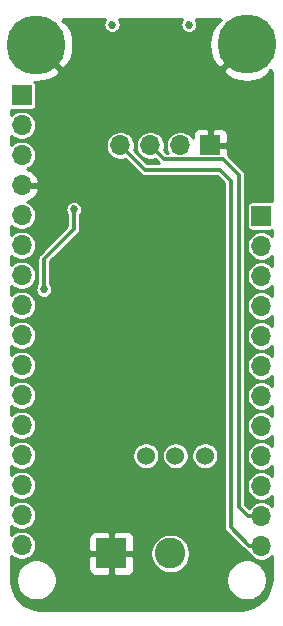
<source format=gbr>
%TF.GenerationSoftware,KiCad,Pcbnew,5.1.6-c6e7f7d~87~ubuntu18.04.1*%
%TF.CreationDate,2020-10-24T16:34:10-07:00*%
%TF.ProjectId,feather-power-supply-sw-smd-adj,66656174-6865-4722-9d70-6f7765722d73,rev?*%
%TF.SameCoordinates,Original*%
%TF.FileFunction,Copper,L2,Bot*%
%TF.FilePolarity,Positive*%
%FSLAX46Y46*%
G04 Gerber Fmt 4.6, Leading zero omitted, Abs format (unit mm)*
G04 Created by KiCad (PCBNEW 5.1.6-c6e7f7d~87~ubuntu18.04.1) date 2020-10-24 16:34:10*
%MOMM*%
%LPD*%
G01*
G04 APERTURE LIST*
%TA.AperFunction,ComponentPad*%
%ADD10C,1.524000*%
%TD*%
%TA.AperFunction,ComponentPad*%
%ADD11O,1.700000X1.700000*%
%TD*%
%TA.AperFunction,ComponentPad*%
%ADD12R,1.700000X1.700000*%
%TD*%
%TA.AperFunction,ComponentPad*%
%ADD13R,2.600000X2.600000*%
%TD*%
%TA.AperFunction,ComponentPad*%
%ADD14C,2.600000*%
%TD*%
%TA.AperFunction,ComponentPad*%
%ADD15C,5.000000*%
%TD*%
%TA.AperFunction,ViaPad*%
%ADD16C,0.685800*%
%TD*%
%TA.AperFunction,Conductor*%
%ADD17C,0.304800*%
%TD*%
%TA.AperFunction,Conductor*%
%ADD18C,0.254000*%
%TD*%
G04 APERTURE END LIST*
D10*
%TO.P,SW1,3*%
%TO.N,Net-(SW1-Pad3)*%
X145095600Y-96494600D03*
%TO.P,SW1,2*%
%TO.N,VCC*%
X142595600Y-96494600D03*
%TO.P,SW1,1*%
%TO.N,Net-(F1-Pad1)*%
X140095600Y-96494600D03*
%TD*%
D11*
%TO.P,J2,16*%
%TO.N,Net-(J2-Pad16)*%
X129565400Y-104089200D03*
%TO.P,J2,15*%
%TO.N,Net-(J2-Pad15)*%
X129565400Y-101549200D03*
%TO.P,J2,14*%
%TO.N,Net-(J2-Pad14)*%
X129565400Y-99009200D03*
%TO.P,J2,13*%
%TO.N,Net-(J2-Pad13)*%
X129565400Y-96469200D03*
%TO.P,J2,12*%
%TO.N,Net-(J2-Pad12)*%
X129565400Y-93929200D03*
%TO.P,J2,11*%
%TO.N,Net-(J2-Pad11)*%
X129565400Y-91389200D03*
%TO.P,J2,10*%
%TO.N,Net-(J2-Pad10)*%
X129565400Y-88849200D03*
%TO.P,J2,9*%
%TO.N,Net-(J2-Pad9)*%
X129565400Y-86309200D03*
%TO.P,J2,8*%
%TO.N,Net-(J2-Pad8)*%
X129565400Y-83769200D03*
%TO.P,J2,7*%
%TO.N,Net-(J2-Pad7)*%
X129565400Y-81229200D03*
%TO.P,J2,6*%
%TO.N,A1*%
X129565400Y-78689200D03*
%TO.P,J2,5*%
%TO.N,Net-(J2-Pad5)*%
X129565400Y-76149200D03*
%TO.P,J2,4*%
%TO.N,GND*%
X129565400Y-73609200D03*
%TO.P,J2,3*%
%TO.N,Net-(J2-Pad3)*%
X129565400Y-71069200D03*
%TO.P,J2,2*%
%TO.N,Net-(J2-Pad2)*%
X129565400Y-68529200D03*
D12*
%TO.P,J2,1*%
%TO.N,Net-(J2-Pad1)*%
X129565400Y-65989200D03*
%TD*%
D11*
%TO.P,J4,4*%
%TO.N,SDA*%
X137922000Y-70231000D03*
%TO.P,J4,3*%
%TO.N,SCL*%
X140462000Y-70231000D03*
%TO.P,J4,2*%
%TO.N,+5V*%
X143002000Y-70231000D03*
D12*
%TO.P,J4,1*%
%TO.N,GND*%
X145542000Y-70231000D03*
%TD*%
D13*
%TO.P,J5,1*%
%TO.N,GND*%
X137160000Y-104775000D03*
D14*
%TO.P,J5,2*%
%TO.N,VCC*%
X142160000Y-104775000D03*
%TD*%
D15*
%TO.P,H2,1*%
%TO.N,GND*%
X148615400Y-61671200D03*
%TD*%
%TO.P,H1,1*%
%TO.N,GND*%
X130810000Y-61696600D03*
%TD*%
D12*
%TO.P,J1,1*%
%TO.N,Net-(J1-Pad1)*%
X149860000Y-76200000D03*
D11*
%TO.P,J1,2*%
%TO.N,+3V3*%
X149860000Y-78740000D03*
%TO.P,J1,3*%
%TO.N,+5V*%
X149860000Y-81280000D03*
%TO.P,J1,4*%
%TO.N,Net-(J1-Pad4)*%
X149860000Y-83820000D03*
%TO.P,J1,5*%
%TO.N,Net-(J1-Pad5)*%
X149860000Y-86360000D03*
%TO.P,J1,6*%
%TO.N,Net-(J1-Pad6)*%
X149860000Y-88900000D03*
%TO.P,J1,7*%
%TO.N,Net-(J1-Pad7)*%
X149860000Y-91440000D03*
%TO.P,J1,8*%
%TO.N,Net-(J1-Pad8)*%
X149860000Y-93980000D03*
%TO.P,J1,9*%
%TO.N,Net-(J1-Pad9)*%
X149860000Y-96520000D03*
%TO.P,J1,10*%
%TO.N,Net-(J1-Pad10)*%
X149860000Y-99060000D03*
%TO.P,J1,11*%
%TO.N,SCL*%
X149860000Y-101600000D03*
%TO.P,J1,12*%
%TO.N,SDA*%
X149860000Y-104140000D03*
%TD*%
D16*
%TO.N,*%
X137223500Y-59994800D03*
X143732250Y-59994800D03*
%TO.N,GND*%
X134620000Y-59994800D03*
X135921750Y-59994800D03*
X138525250Y-59994800D03*
X142430500Y-59994800D03*
X141128750Y-59994800D03*
X145034000Y-59994800D03*
X139827000Y-59994800D03*
X149860000Y-65278000D03*
X149860000Y-66548000D03*
X149860000Y-67818000D03*
X149860000Y-69088000D03*
X145288000Y-108712000D03*
X146812000Y-108712000D03*
X143764000Y-108712000D03*
X139088090Y-108712000D03*
X140716000Y-108712000D03*
X134112000Y-108712000D03*
X132588000Y-108712000D03*
X135636000Y-108712000D03*
X130810000Y-72364600D03*
X136652000Y-83820000D03*
X138430000Y-78486000D03*
X138430000Y-79248000D03*
X136652000Y-84582000D03*
X136652000Y-85344000D03*
X136652000Y-86106000D03*
X136652000Y-86868000D03*
X136652000Y-87630000D03*
X139928600Y-87706200D03*
X139979400Y-89611200D03*
X139979400Y-90500200D03*
X138557000Y-91186000D03*
X139928600Y-88493600D03*
X140868400Y-91160600D03*
X140716000Y-78613000D03*
X131826000Y-99669600D03*
X135255000Y-70485000D03*
X131394200Y-77952600D03*
X130784600Y-74955400D03*
X142240000Y-108712000D03*
X137414000Y-108712000D03*
X137668000Y-93878400D03*
X143865600Y-95351600D03*
X141351000Y-95377000D03*
X142519400Y-93853000D03*
X142113000Y-78613000D03*
X145008600Y-76835000D03*
X145897600Y-73406000D03*
X138938000Y-83693000D03*
X138938000Y-85699600D03*
X141503400Y-83591400D03*
X143840200Y-83591400D03*
X137972800Y-72313800D03*
X132080000Y-65278000D03*
X133350000Y-65278000D03*
X134620000Y-65278000D03*
X134620000Y-66548000D03*
X133350000Y-66548000D03*
X132080000Y-66548000D03*
X134620000Y-67818000D03*
X134620000Y-69088000D03*
X134620000Y-62611000D03*
X134620000Y-63881000D03*
X134620000Y-61341000D03*
X145034000Y-65278000D03*
X145034000Y-61341000D03*
X145034000Y-63881000D03*
X145034000Y-62611000D03*
X148717000Y-65278000D03*
X148717000Y-67818000D03*
X147447000Y-66548000D03*
X147447000Y-65278000D03*
X146177000Y-66548000D03*
X148717000Y-69088000D03*
X146177000Y-65278000D03*
X148717000Y-66548000D03*
X149860000Y-70231000D03*
X149860000Y-74041000D03*
X149860000Y-71501000D03*
X149860000Y-72771000D03*
X148717000Y-72771000D03*
X148717000Y-70231000D03*
X148717000Y-74041000D03*
X148717000Y-71501000D03*
X139827000Y-73533000D03*
X141097000Y-73533000D03*
%TO.N,VIN_SW*%
X133985000Y-75641200D03*
X131445000Y-82422998D03*
%TD*%
D17*
%TO.N,VIN_SW*%
X131445000Y-82422998D02*
X131445000Y-79832200D01*
X133985000Y-77292200D02*
X133985000Y-75641200D01*
X131445000Y-79832200D02*
X133985000Y-77292200D01*
%TO.N,SCL*%
X141616801Y-71385801D02*
X140462000Y-70231000D01*
X146635841Y-71385801D02*
X141616801Y-71385801D01*
X147980400Y-72730360D02*
X146635841Y-71385801D01*
X149860000Y-101600000D02*
X148717000Y-101600000D01*
X147980400Y-100863400D02*
X147980400Y-72730360D01*
X148717000Y-101600000D02*
X147980400Y-100863400D01*
%TO.N,SDA*%
X139979400Y-72288400D02*
X137922000Y-70231000D01*
X146354800Y-72288400D02*
X139979400Y-72288400D01*
X147269200Y-73202800D02*
X146354800Y-72288400D01*
X147269200Y-102565200D02*
X147269200Y-73202800D01*
X149860000Y-104140000D02*
X148844000Y-104140000D01*
X148844000Y-104140000D02*
X147269200Y-102565200D01*
%TD*%
D18*
%TO.N,GND*%
G36*
X136581988Y-59651905D02*
G01*
X136527419Y-59783646D01*
X136499600Y-59923502D01*
X136499600Y-60066098D01*
X136527419Y-60205954D01*
X136581988Y-60337695D01*
X136661210Y-60456260D01*
X136762040Y-60557090D01*
X136880605Y-60636312D01*
X137012346Y-60690881D01*
X137152202Y-60718700D01*
X137294798Y-60718700D01*
X137434654Y-60690881D01*
X137566395Y-60636312D01*
X137684960Y-60557090D01*
X137785790Y-60456260D01*
X137865012Y-60337695D01*
X137919581Y-60205954D01*
X137947400Y-60066098D01*
X137947400Y-59923502D01*
X137919581Y-59783646D01*
X137865012Y-59651905D01*
X137788369Y-59537200D01*
X143167381Y-59537200D01*
X143090738Y-59651905D01*
X143036169Y-59783646D01*
X143008350Y-59923502D01*
X143008350Y-60066098D01*
X143036169Y-60205954D01*
X143090738Y-60337695D01*
X143169960Y-60456260D01*
X143270790Y-60557090D01*
X143389355Y-60636312D01*
X143521096Y-60690881D01*
X143660952Y-60718700D01*
X143803548Y-60718700D01*
X143943404Y-60690881D01*
X144075145Y-60636312D01*
X144193710Y-60557090D01*
X144294540Y-60456260D01*
X144373762Y-60337695D01*
X144428331Y-60205954D01*
X144456150Y-60066098D01*
X144456150Y-59923502D01*
X144428331Y-59783646D01*
X144373762Y-59651905D01*
X144297119Y-59537200D01*
X146301792Y-59537200D01*
X146412250Y-59647658D01*
X145994282Y-59923827D01*
X145703751Y-60468757D01*
X145525113Y-61059896D01*
X145465232Y-61674528D01*
X145526410Y-62289031D01*
X145706297Y-62879792D01*
X145994282Y-63418573D01*
X146412252Y-63694743D01*
X148435795Y-61671200D01*
X148421653Y-61657058D01*
X148601258Y-61477453D01*
X148615400Y-61491595D01*
X150024590Y-60082405D01*
X150117717Y-60158357D01*
X150203796Y-60262409D01*
X148795005Y-61671200D01*
X148809148Y-61685343D01*
X148629543Y-61864948D01*
X148615400Y-61850805D01*
X146591857Y-63874348D01*
X146868027Y-64292318D01*
X147412957Y-64582849D01*
X148004096Y-64761487D01*
X148618728Y-64821368D01*
X149233231Y-64760190D01*
X149823992Y-64580303D01*
X150362773Y-64292318D01*
X150638942Y-63874350D01*
X150749400Y-63984808D01*
X150749400Y-74971037D01*
X150710000Y-74967157D01*
X149010000Y-74967157D01*
X148935311Y-74974513D01*
X148863492Y-74996299D01*
X148797304Y-75031678D01*
X148739289Y-75079289D01*
X148691678Y-75137304D01*
X148656299Y-75203492D01*
X148634513Y-75275311D01*
X148627157Y-75350000D01*
X148627157Y-77050000D01*
X148634513Y-77124689D01*
X148656299Y-77196508D01*
X148691678Y-77262696D01*
X148739289Y-77320711D01*
X148797304Y-77368322D01*
X148863492Y-77403701D01*
X148935311Y-77425487D01*
X149010000Y-77432843D01*
X150710000Y-77432843D01*
X150749400Y-77428963D01*
X150749400Y-77888503D01*
X150644717Y-77783820D01*
X150443097Y-77649102D01*
X150219069Y-77556307D01*
X149981243Y-77509000D01*
X149738757Y-77509000D01*
X149500931Y-77556307D01*
X149276903Y-77649102D01*
X149075283Y-77783820D01*
X148903820Y-77955283D01*
X148769102Y-78156903D01*
X148676307Y-78380931D01*
X148629000Y-78618757D01*
X148629000Y-78861243D01*
X148676307Y-79099069D01*
X148769102Y-79323097D01*
X148903820Y-79524717D01*
X149075283Y-79696180D01*
X149276903Y-79830898D01*
X149500931Y-79923693D01*
X149738757Y-79971000D01*
X149981243Y-79971000D01*
X150219069Y-79923693D01*
X150443097Y-79830898D01*
X150644717Y-79696180D01*
X150749400Y-79591497D01*
X150749400Y-80428503D01*
X150644717Y-80323820D01*
X150443097Y-80189102D01*
X150219069Y-80096307D01*
X149981243Y-80049000D01*
X149738757Y-80049000D01*
X149500931Y-80096307D01*
X149276903Y-80189102D01*
X149075283Y-80323820D01*
X148903820Y-80495283D01*
X148769102Y-80696903D01*
X148676307Y-80920931D01*
X148629000Y-81158757D01*
X148629000Y-81401243D01*
X148676307Y-81639069D01*
X148769102Y-81863097D01*
X148903820Y-82064717D01*
X149075283Y-82236180D01*
X149276903Y-82370898D01*
X149500931Y-82463693D01*
X149738757Y-82511000D01*
X149981243Y-82511000D01*
X150219069Y-82463693D01*
X150443097Y-82370898D01*
X150644717Y-82236180D01*
X150749400Y-82131497D01*
X150749400Y-82968503D01*
X150644717Y-82863820D01*
X150443097Y-82729102D01*
X150219069Y-82636307D01*
X149981243Y-82589000D01*
X149738757Y-82589000D01*
X149500931Y-82636307D01*
X149276903Y-82729102D01*
X149075283Y-82863820D01*
X148903820Y-83035283D01*
X148769102Y-83236903D01*
X148676307Y-83460931D01*
X148629000Y-83698757D01*
X148629000Y-83941243D01*
X148676307Y-84179069D01*
X148769102Y-84403097D01*
X148903820Y-84604717D01*
X149075283Y-84776180D01*
X149276903Y-84910898D01*
X149500931Y-85003693D01*
X149738757Y-85051000D01*
X149981243Y-85051000D01*
X150219069Y-85003693D01*
X150443097Y-84910898D01*
X150644717Y-84776180D01*
X150749401Y-84671496D01*
X150749401Y-85508504D01*
X150644717Y-85403820D01*
X150443097Y-85269102D01*
X150219069Y-85176307D01*
X149981243Y-85129000D01*
X149738757Y-85129000D01*
X149500931Y-85176307D01*
X149276903Y-85269102D01*
X149075283Y-85403820D01*
X148903820Y-85575283D01*
X148769102Y-85776903D01*
X148676307Y-86000931D01*
X148629000Y-86238757D01*
X148629000Y-86481243D01*
X148676307Y-86719069D01*
X148769102Y-86943097D01*
X148903820Y-87144717D01*
X149075283Y-87316180D01*
X149276903Y-87450898D01*
X149500931Y-87543693D01*
X149738757Y-87591000D01*
X149981243Y-87591000D01*
X150219069Y-87543693D01*
X150443097Y-87450898D01*
X150644717Y-87316180D01*
X150749401Y-87211496D01*
X150749401Y-88048504D01*
X150644717Y-87943820D01*
X150443097Y-87809102D01*
X150219069Y-87716307D01*
X149981243Y-87669000D01*
X149738757Y-87669000D01*
X149500931Y-87716307D01*
X149276903Y-87809102D01*
X149075283Y-87943820D01*
X148903820Y-88115283D01*
X148769102Y-88316903D01*
X148676307Y-88540931D01*
X148629000Y-88778757D01*
X148629000Y-89021243D01*
X148676307Y-89259069D01*
X148769102Y-89483097D01*
X148903820Y-89684717D01*
X149075283Y-89856180D01*
X149276903Y-89990898D01*
X149500931Y-90083693D01*
X149738757Y-90131000D01*
X149981243Y-90131000D01*
X150219069Y-90083693D01*
X150443097Y-89990898D01*
X150644717Y-89856180D01*
X150749401Y-89751496D01*
X150749401Y-90588504D01*
X150644717Y-90483820D01*
X150443097Y-90349102D01*
X150219069Y-90256307D01*
X149981243Y-90209000D01*
X149738757Y-90209000D01*
X149500931Y-90256307D01*
X149276903Y-90349102D01*
X149075283Y-90483820D01*
X148903820Y-90655283D01*
X148769102Y-90856903D01*
X148676307Y-91080931D01*
X148629000Y-91318757D01*
X148629000Y-91561243D01*
X148676307Y-91799069D01*
X148769102Y-92023097D01*
X148903820Y-92224717D01*
X149075283Y-92396180D01*
X149276903Y-92530898D01*
X149500931Y-92623693D01*
X149738757Y-92671000D01*
X149981243Y-92671000D01*
X150219069Y-92623693D01*
X150443097Y-92530898D01*
X150644717Y-92396180D01*
X150749401Y-92291496D01*
X150749401Y-93128504D01*
X150644717Y-93023820D01*
X150443097Y-92889102D01*
X150219069Y-92796307D01*
X149981243Y-92749000D01*
X149738757Y-92749000D01*
X149500931Y-92796307D01*
X149276903Y-92889102D01*
X149075283Y-93023820D01*
X148903820Y-93195283D01*
X148769102Y-93396903D01*
X148676307Y-93620931D01*
X148629000Y-93858757D01*
X148629000Y-94101243D01*
X148676307Y-94339069D01*
X148769102Y-94563097D01*
X148903820Y-94764717D01*
X149075283Y-94936180D01*
X149276903Y-95070898D01*
X149500931Y-95163693D01*
X149738757Y-95211000D01*
X149981243Y-95211000D01*
X150219069Y-95163693D01*
X150443097Y-95070898D01*
X150644717Y-94936180D01*
X150749401Y-94831496D01*
X150749401Y-95668504D01*
X150644717Y-95563820D01*
X150443097Y-95429102D01*
X150219069Y-95336307D01*
X149981243Y-95289000D01*
X149738757Y-95289000D01*
X149500931Y-95336307D01*
X149276903Y-95429102D01*
X149075283Y-95563820D01*
X148903820Y-95735283D01*
X148769102Y-95936903D01*
X148676307Y-96160931D01*
X148629000Y-96398757D01*
X148629000Y-96641243D01*
X148676307Y-96879069D01*
X148769102Y-97103097D01*
X148903820Y-97304717D01*
X149075283Y-97476180D01*
X149276903Y-97610898D01*
X149500931Y-97703693D01*
X149738757Y-97751000D01*
X149981243Y-97751000D01*
X150219069Y-97703693D01*
X150443097Y-97610898D01*
X150644717Y-97476180D01*
X150749401Y-97371496D01*
X150749401Y-98208504D01*
X150644717Y-98103820D01*
X150443097Y-97969102D01*
X150219069Y-97876307D01*
X149981243Y-97829000D01*
X149738757Y-97829000D01*
X149500931Y-97876307D01*
X149276903Y-97969102D01*
X149075283Y-98103820D01*
X148903820Y-98275283D01*
X148769102Y-98476903D01*
X148676307Y-98700931D01*
X148629000Y-98938757D01*
X148629000Y-99181243D01*
X148676307Y-99419069D01*
X148769102Y-99643097D01*
X148903820Y-99844717D01*
X149075283Y-100016180D01*
X149276903Y-100150898D01*
X149500931Y-100243693D01*
X149738757Y-100291000D01*
X149981243Y-100291000D01*
X150219069Y-100243693D01*
X150443097Y-100150898D01*
X150644717Y-100016180D01*
X150749401Y-99911496D01*
X150749401Y-100748504D01*
X150644717Y-100643820D01*
X150443097Y-100509102D01*
X150219069Y-100416307D01*
X149981243Y-100369000D01*
X149738757Y-100369000D01*
X149500931Y-100416307D01*
X149276903Y-100509102D01*
X149075283Y-100643820D01*
X148903820Y-100815283D01*
X148816824Y-100945483D01*
X148513800Y-100642459D01*
X148513800Y-72756554D01*
X148516380Y-72730360D01*
X148506081Y-72625796D01*
X148494063Y-72586175D01*
X148475581Y-72525249D01*
X148426051Y-72432585D01*
X148359395Y-72351365D01*
X148339045Y-72334664D01*
X147031537Y-71027156D01*
X147029767Y-71024999D01*
X147027000Y-70516750D01*
X146868250Y-70358000D01*
X145669000Y-70358000D01*
X145669000Y-70378000D01*
X145415000Y-70378000D01*
X145415000Y-70358000D01*
X145395000Y-70358000D01*
X145395000Y-70104000D01*
X145415000Y-70104000D01*
X145415000Y-68904750D01*
X145669000Y-68904750D01*
X145669000Y-70104000D01*
X146868250Y-70104000D01*
X147027000Y-69945250D01*
X147030072Y-69381000D01*
X147017812Y-69256518D01*
X146981502Y-69136820D01*
X146922537Y-69026506D01*
X146843185Y-68929815D01*
X146746494Y-68850463D01*
X146636180Y-68791498D01*
X146516482Y-68755188D01*
X146392000Y-68742928D01*
X145827750Y-68746000D01*
X145669000Y-68904750D01*
X145415000Y-68904750D01*
X145256250Y-68746000D01*
X144692000Y-68742928D01*
X144567518Y-68755188D01*
X144447820Y-68791498D01*
X144337506Y-68850463D01*
X144240815Y-68929815D01*
X144161463Y-69026506D01*
X144102498Y-69136820D01*
X144066188Y-69256518D01*
X144053928Y-69381000D01*
X144055073Y-69591294D01*
X143958180Y-69446283D01*
X143786717Y-69274820D01*
X143585097Y-69140102D01*
X143361069Y-69047307D01*
X143123243Y-69000000D01*
X142880757Y-69000000D01*
X142642931Y-69047307D01*
X142418903Y-69140102D01*
X142217283Y-69274820D01*
X142045820Y-69446283D01*
X141911102Y-69647903D01*
X141818307Y-69871931D01*
X141771000Y-70109757D01*
X141771000Y-70352243D01*
X141818307Y-70590069D01*
X141911102Y-70814097D01*
X141936696Y-70852401D01*
X141837743Y-70852401D01*
X141625108Y-70639766D01*
X141645693Y-70590069D01*
X141693000Y-70352243D01*
X141693000Y-70109757D01*
X141645693Y-69871931D01*
X141552898Y-69647903D01*
X141418180Y-69446283D01*
X141246717Y-69274820D01*
X141045097Y-69140102D01*
X140821069Y-69047307D01*
X140583243Y-69000000D01*
X140340757Y-69000000D01*
X140102931Y-69047307D01*
X139878903Y-69140102D01*
X139677283Y-69274820D01*
X139505820Y-69446283D01*
X139371102Y-69647903D01*
X139278307Y-69871931D01*
X139231000Y-70109757D01*
X139231000Y-70352243D01*
X139278307Y-70590069D01*
X139371102Y-70814097D01*
X139505820Y-71015717D01*
X139677283Y-71187180D01*
X139878903Y-71321898D01*
X140102931Y-71414693D01*
X140340757Y-71462000D01*
X140583243Y-71462000D01*
X140821069Y-71414693D01*
X140870766Y-71394108D01*
X141221110Y-71744452D01*
X141229767Y-71755000D01*
X140200342Y-71755000D01*
X139085108Y-70639766D01*
X139105693Y-70590069D01*
X139153000Y-70352243D01*
X139153000Y-70109757D01*
X139105693Y-69871931D01*
X139012898Y-69647903D01*
X138878180Y-69446283D01*
X138706717Y-69274820D01*
X138505097Y-69140102D01*
X138281069Y-69047307D01*
X138043243Y-69000000D01*
X137800757Y-69000000D01*
X137562931Y-69047307D01*
X137338903Y-69140102D01*
X137137283Y-69274820D01*
X136965820Y-69446283D01*
X136831102Y-69647903D01*
X136738307Y-69871931D01*
X136691000Y-70109757D01*
X136691000Y-70352243D01*
X136738307Y-70590069D01*
X136831102Y-70814097D01*
X136965820Y-71015717D01*
X137137283Y-71187180D01*
X137338903Y-71321898D01*
X137562931Y-71414693D01*
X137800757Y-71462000D01*
X138043243Y-71462000D01*
X138281069Y-71414693D01*
X138330766Y-71394108D01*
X139583709Y-72647051D01*
X139600405Y-72667395D01*
X139681625Y-72734051D01*
X139774289Y-72783581D01*
X139874835Y-72814081D01*
X139953205Y-72821800D01*
X139953213Y-72821800D01*
X139979400Y-72824379D01*
X140005587Y-72821800D01*
X146133859Y-72821800D01*
X146735801Y-73423743D01*
X146735800Y-102539013D01*
X146733221Y-102565200D01*
X146735800Y-102591387D01*
X146735800Y-102591394D01*
X146743519Y-102669764D01*
X146774019Y-102770310D01*
X146823549Y-102862975D01*
X146890205Y-102944195D01*
X146910555Y-102960896D01*
X148448304Y-104498645D01*
X148465005Y-104518995D01*
X148546225Y-104585651D01*
X148638889Y-104635181D01*
X148739435Y-104665681D01*
X148745570Y-104666285D01*
X148769102Y-104723097D01*
X148903820Y-104924717D01*
X149075283Y-105096180D01*
X149276903Y-105230898D01*
X149500931Y-105323693D01*
X149738757Y-105371000D01*
X149981243Y-105371000D01*
X150219069Y-105323693D01*
X150443097Y-105230898D01*
X150644717Y-105096180D01*
X150749401Y-104991496D01*
X150749401Y-106863336D01*
X150697174Y-107395986D01*
X150548250Y-107889248D01*
X150306354Y-108344185D01*
X149980702Y-108743475D01*
X149583699Y-109071904D01*
X149130464Y-109316967D01*
X148638258Y-109469330D01*
X148106700Y-109525200D01*
X131109253Y-109525200D01*
X130625948Y-109477812D01*
X130180147Y-109343216D01*
X129768979Y-109124594D01*
X129408105Y-108830273D01*
X129111273Y-108471465D01*
X128889785Y-108061833D01*
X128752082Y-107616985D01*
X128701400Y-107134780D01*
X128701400Y-106839711D01*
X129079000Y-106839711D01*
X129079000Y-107180689D01*
X129145521Y-107515114D01*
X129276007Y-107830136D01*
X129465444Y-108113648D01*
X129706552Y-108354756D01*
X129990064Y-108544193D01*
X130305086Y-108674679D01*
X130639511Y-108741200D01*
X130980489Y-108741200D01*
X131314914Y-108674679D01*
X131629936Y-108544193D01*
X131913448Y-108354756D01*
X132154556Y-108113648D01*
X132343993Y-107830136D01*
X132474479Y-107515114D01*
X132541000Y-107180689D01*
X132541000Y-106839711D01*
X146884400Y-106839711D01*
X146884400Y-107180689D01*
X146950921Y-107515114D01*
X147081407Y-107830136D01*
X147270844Y-108113648D01*
X147511952Y-108354756D01*
X147795464Y-108544193D01*
X148110486Y-108674679D01*
X148444911Y-108741200D01*
X148785889Y-108741200D01*
X149120314Y-108674679D01*
X149435336Y-108544193D01*
X149718848Y-108354756D01*
X149959956Y-108113648D01*
X150149393Y-107830136D01*
X150279879Y-107515114D01*
X150346400Y-107180689D01*
X150346400Y-106839711D01*
X150279879Y-106505286D01*
X150149393Y-106190264D01*
X149959956Y-105906752D01*
X149718848Y-105665644D01*
X149435336Y-105476207D01*
X149120314Y-105345721D01*
X148785889Y-105279200D01*
X148444911Y-105279200D01*
X148110486Y-105345721D01*
X147795464Y-105476207D01*
X147511952Y-105665644D01*
X147270844Y-105906752D01*
X147081407Y-106190264D01*
X146950921Y-106505286D01*
X146884400Y-106839711D01*
X132541000Y-106839711D01*
X132474479Y-106505286D01*
X132343993Y-106190264D01*
X132266976Y-106075000D01*
X135221928Y-106075000D01*
X135234188Y-106199482D01*
X135270498Y-106319180D01*
X135329463Y-106429494D01*
X135408815Y-106526185D01*
X135505506Y-106605537D01*
X135615820Y-106664502D01*
X135735518Y-106700812D01*
X135860000Y-106713072D01*
X136874250Y-106710000D01*
X137033000Y-106551250D01*
X137033000Y-104902000D01*
X137287000Y-104902000D01*
X137287000Y-106551250D01*
X137445750Y-106710000D01*
X138460000Y-106713072D01*
X138584482Y-106700812D01*
X138704180Y-106664502D01*
X138814494Y-106605537D01*
X138911185Y-106526185D01*
X138990537Y-106429494D01*
X139049502Y-106319180D01*
X139085812Y-106199482D01*
X139098072Y-106075000D01*
X139095000Y-105060750D01*
X138936250Y-104902000D01*
X137287000Y-104902000D01*
X137033000Y-104902000D01*
X135383750Y-104902000D01*
X135225000Y-105060750D01*
X135221928Y-106075000D01*
X132266976Y-106075000D01*
X132154556Y-105906752D01*
X131913448Y-105665644D01*
X131629936Y-105476207D01*
X131314914Y-105345721D01*
X130980489Y-105279200D01*
X130639511Y-105279200D01*
X130305086Y-105345721D01*
X129990064Y-105476207D01*
X129706552Y-105665644D01*
X129465444Y-105906752D01*
X129276007Y-106190264D01*
X129145521Y-106505286D01*
X129079000Y-106839711D01*
X128701400Y-106839711D01*
X128701400Y-104966097D01*
X128780683Y-105045380D01*
X128982303Y-105180098D01*
X129206331Y-105272893D01*
X129444157Y-105320200D01*
X129686643Y-105320200D01*
X129924469Y-105272893D01*
X130148497Y-105180098D01*
X130350117Y-105045380D01*
X130521580Y-104873917D01*
X130656298Y-104672297D01*
X130749093Y-104448269D01*
X130796400Y-104210443D01*
X130796400Y-103967957D01*
X130749093Y-103730131D01*
X130656298Y-103506103D01*
X130635516Y-103475000D01*
X135221928Y-103475000D01*
X135225000Y-104489250D01*
X135383750Y-104648000D01*
X137033000Y-104648000D01*
X137033000Y-102998750D01*
X137287000Y-102998750D01*
X137287000Y-104648000D01*
X138936250Y-104648000D01*
X138974814Y-104609436D01*
X140479000Y-104609436D01*
X140479000Y-104940564D01*
X140543600Y-105265330D01*
X140670317Y-105571252D01*
X140854282Y-105846575D01*
X141088425Y-106080718D01*
X141363748Y-106264683D01*
X141669670Y-106391400D01*
X141994436Y-106456000D01*
X142325564Y-106456000D01*
X142650330Y-106391400D01*
X142956252Y-106264683D01*
X143231575Y-106080718D01*
X143465718Y-105846575D01*
X143649683Y-105571252D01*
X143776400Y-105265330D01*
X143841000Y-104940564D01*
X143841000Y-104609436D01*
X143776400Y-104284670D01*
X143649683Y-103978748D01*
X143465718Y-103703425D01*
X143231575Y-103469282D01*
X142956252Y-103285317D01*
X142650330Y-103158600D01*
X142325564Y-103094000D01*
X141994436Y-103094000D01*
X141669670Y-103158600D01*
X141363748Y-103285317D01*
X141088425Y-103469282D01*
X140854282Y-103703425D01*
X140670317Y-103978748D01*
X140543600Y-104284670D01*
X140479000Y-104609436D01*
X138974814Y-104609436D01*
X139095000Y-104489250D01*
X139098072Y-103475000D01*
X139085812Y-103350518D01*
X139049502Y-103230820D01*
X138990537Y-103120506D01*
X138911185Y-103023815D01*
X138814494Y-102944463D01*
X138704180Y-102885498D01*
X138584482Y-102849188D01*
X138460000Y-102836928D01*
X137445750Y-102840000D01*
X137287000Y-102998750D01*
X137033000Y-102998750D01*
X136874250Y-102840000D01*
X135860000Y-102836928D01*
X135735518Y-102849188D01*
X135615820Y-102885498D01*
X135505506Y-102944463D01*
X135408815Y-103023815D01*
X135329463Y-103120506D01*
X135270498Y-103230820D01*
X135234188Y-103350518D01*
X135221928Y-103475000D01*
X130635516Y-103475000D01*
X130521580Y-103304483D01*
X130350117Y-103133020D01*
X130148497Y-102998302D01*
X129924469Y-102905507D01*
X129686643Y-102858200D01*
X129444157Y-102858200D01*
X129206331Y-102905507D01*
X128982303Y-102998302D01*
X128780683Y-103133020D01*
X128701400Y-103212303D01*
X128701400Y-102426097D01*
X128780683Y-102505380D01*
X128982303Y-102640098D01*
X129206331Y-102732893D01*
X129444157Y-102780200D01*
X129686643Y-102780200D01*
X129924469Y-102732893D01*
X130148497Y-102640098D01*
X130350117Y-102505380D01*
X130521580Y-102333917D01*
X130656298Y-102132297D01*
X130749093Y-101908269D01*
X130796400Y-101670443D01*
X130796400Y-101427957D01*
X130749093Y-101190131D01*
X130656298Y-100966103D01*
X130521580Y-100764483D01*
X130350117Y-100593020D01*
X130148497Y-100458302D01*
X129924469Y-100365507D01*
X129686643Y-100318200D01*
X129444157Y-100318200D01*
X129206331Y-100365507D01*
X128982303Y-100458302D01*
X128780683Y-100593020D01*
X128701400Y-100672303D01*
X128701400Y-99886097D01*
X128780683Y-99965380D01*
X128982303Y-100100098D01*
X129206331Y-100192893D01*
X129444157Y-100240200D01*
X129686643Y-100240200D01*
X129924469Y-100192893D01*
X130148497Y-100100098D01*
X130350117Y-99965380D01*
X130521580Y-99793917D01*
X130656298Y-99592297D01*
X130749093Y-99368269D01*
X130796400Y-99130443D01*
X130796400Y-98887957D01*
X130749093Y-98650131D01*
X130656298Y-98426103D01*
X130521580Y-98224483D01*
X130350117Y-98053020D01*
X130148497Y-97918302D01*
X129924469Y-97825507D01*
X129686643Y-97778200D01*
X129444157Y-97778200D01*
X129206331Y-97825507D01*
X128982303Y-97918302D01*
X128780683Y-98053020D01*
X128701400Y-98132303D01*
X128701400Y-97346097D01*
X128780683Y-97425380D01*
X128982303Y-97560098D01*
X129206331Y-97652893D01*
X129444157Y-97700200D01*
X129686643Y-97700200D01*
X129924469Y-97652893D01*
X130148497Y-97560098D01*
X130350117Y-97425380D01*
X130521580Y-97253917D01*
X130656298Y-97052297D01*
X130749093Y-96828269D01*
X130796400Y-96590443D01*
X130796400Y-96382024D01*
X138952600Y-96382024D01*
X138952600Y-96607176D01*
X138996525Y-96828001D01*
X139082687Y-97036013D01*
X139207774Y-97223220D01*
X139366980Y-97382426D01*
X139554187Y-97507513D01*
X139762199Y-97593675D01*
X139983024Y-97637600D01*
X140208176Y-97637600D01*
X140429001Y-97593675D01*
X140637013Y-97507513D01*
X140824220Y-97382426D01*
X140983426Y-97223220D01*
X141108513Y-97036013D01*
X141194675Y-96828001D01*
X141238600Y-96607176D01*
X141238600Y-96382024D01*
X141452600Y-96382024D01*
X141452600Y-96607176D01*
X141496525Y-96828001D01*
X141582687Y-97036013D01*
X141707774Y-97223220D01*
X141866980Y-97382426D01*
X142054187Y-97507513D01*
X142262199Y-97593675D01*
X142483024Y-97637600D01*
X142708176Y-97637600D01*
X142929001Y-97593675D01*
X143137013Y-97507513D01*
X143324220Y-97382426D01*
X143483426Y-97223220D01*
X143608513Y-97036013D01*
X143694675Y-96828001D01*
X143738600Y-96607176D01*
X143738600Y-96382024D01*
X143952600Y-96382024D01*
X143952600Y-96607176D01*
X143996525Y-96828001D01*
X144082687Y-97036013D01*
X144207774Y-97223220D01*
X144366980Y-97382426D01*
X144554187Y-97507513D01*
X144762199Y-97593675D01*
X144983024Y-97637600D01*
X145208176Y-97637600D01*
X145429001Y-97593675D01*
X145637013Y-97507513D01*
X145824220Y-97382426D01*
X145983426Y-97223220D01*
X146108513Y-97036013D01*
X146194675Y-96828001D01*
X146238600Y-96607176D01*
X146238600Y-96382024D01*
X146194675Y-96161199D01*
X146108513Y-95953187D01*
X145983426Y-95765980D01*
X145824220Y-95606774D01*
X145637013Y-95481687D01*
X145429001Y-95395525D01*
X145208176Y-95351600D01*
X144983024Y-95351600D01*
X144762199Y-95395525D01*
X144554187Y-95481687D01*
X144366980Y-95606774D01*
X144207774Y-95765980D01*
X144082687Y-95953187D01*
X143996525Y-96161199D01*
X143952600Y-96382024D01*
X143738600Y-96382024D01*
X143694675Y-96161199D01*
X143608513Y-95953187D01*
X143483426Y-95765980D01*
X143324220Y-95606774D01*
X143137013Y-95481687D01*
X142929001Y-95395525D01*
X142708176Y-95351600D01*
X142483024Y-95351600D01*
X142262199Y-95395525D01*
X142054187Y-95481687D01*
X141866980Y-95606774D01*
X141707774Y-95765980D01*
X141582687Y-95953187D01*
X141496525Y-96161199D01*
X141452600Y-96382024D01*
X141238600Y-96382024D01*
X141194675Y-96161199D01*
X141108513Y-95953187D01*
X140983426Y-95765980D01*
X140824220Y-95606774D01*
X140637013Y-95481687D01*
X140429001Y-95395525D01*
X140208176Y-95351600D01*
X139983024Y-95351600D01*
X139762199Y-95395525D01*
X139554187Y-95481687D01*
X139366980Y-95606774D01*
X139207774Y-95765980D01*
X139082687Y-95953187D01*
X138996525Y-96161199D01*
X138952600Y-96382024D01*
X130796400Y-96382024D01*
X130796400Y-96347957D01*
X130749093Y-96110131D01*
X130656298Y-95886103D01*
X130521580Y-95684483D01*
X130350117Y-95513020D01*
X130148497Y-95378302D01*
X129924469Y-95285507D01*
X129686643Y-95238200D01*
X129444157Y-95238200D01*
X129206331Y-95285507D01*
X128982303Y-95378302D01*
X128780683Y-95513020D01*
X128701400Y-95592303D01*
X128701400Y-94806097D01*
X128780683Y-94885380D01*
X128982303Y-95020098D01*
X129206331Y-95112893D01*
X129444157Y-95160200D01*
X129686643Y-95160200D01*
X129924469Y-95112893D01*
X130148497Y-95020098D01*
X130350117Y-94885380D01*
X130521580Y-94713917D01*
X130656298Y-94512297D01*
X130749093Y-94288269D01*
X130796400Y-94050443D01*
X130796400Y-93807957D01*
X130749093Y-93570131D01*
X130656298Y-93346103D01*
X130521580Y-93144483D01*
X130350117Y-92973020D01*
X130148497Y-92838302D01*
X129924469Y-92745507D01*
X129686643Y-92698200D01*
X129444157Y-92698200D01*
X129206331Y-92745507D01*
X128982303Y-92838302D01*
X128780683Y-92973020D01*
X128701400Y-93052303D01*
X128701400Y-92266097D01*
X128780683Y-92345380D01*
X128982303Y-92480098D01*
X129206331Y-92572893D01*
X129444157Y-92620200D01*
X129686643Y-92620200D01*
X129924469Y-92572893D01*
X130148497Y-92480098D01*
X130350117Y-92345380D01*
X130521580Y-92173917D01*
X130656298Y-91972297D01*
X130749093Y-91748269D01*
X130796400Y-91510443D01*
X130796400Y-91267957D01*
X130749093Y-91030131D01*
X130656298Y-90806103D01*
X130521580Y-90604483D01*
X130350117Y-90433020D01*
X130148497Y-90298302D01*
X129924469Y-90205507D01*
X129686643Y-90158200D01*
X129444157Y-90158200D01*
X129206331Y-90205507D01*
X128982303Y-90298302D01*
X128780683Y-90433020D01*
X128701400Y-90512303D01*
X128701400Y-89726097D01*
X128780683Y-89805380D01*
X128982303Y-89940098D01*
X129206331Y-90032893D01*
X129444157Y-90080200D01*
X129686643Y-90080200D01*
X129924469Y-90032893D01*
X130148497Y-89940098D01*
X130350117Y-89805380D01*
X130521580Y-89633917D01*
X130656298Y-89432297D01*
X130749093Y-89208269D01*
X130796400Y-88970443D01*
X130796400Y-88727957D01*
X130749093Y-88490131D01*
X130656298Y-88266103D01*
X130521580Y-88064483D01*
X130350117Y-87893020D01*
X130148497Y-87758302D01*
X129924469Y-87665507D01*
X129686643Y-87618200D01*
X129444157Y-87618200D01*
X129206331Y-87665507D01*
X128982303Y-87758302D01*
X128780683Y-87893020D01*
X128701400Y-87972303D01*
X128701400Y-87186097D01*
X128780683Y-87265380D01*
X128982303Y-87400098D01*
X129206331Y-87492893D01*
X129444157Y-87540200D01*
X129686643Y-87540200D01*
X129924469Y-87492893D01*
X130148497Y-87400098D01*
X130350117Y-87265380D01*
X130521580Y-87093917D01*
X130656298Y-86892297D01*
X130749093Y-86668269D01*
X130796400Y-86430443D01*
X130796400Y-86187957D01*
X130749093Y-85950131D01*
X130656298Y-85726103D01*
X130521580Y-85524483D01*
X130350117Y-85353020D01*
X130148497Y-85218302D01*
X129924469Y-85125507D01*
X129686643Y-85078200D01*
X129444157Y-85078200D01*
X129206331Y-85125507D01*
X128982303Y-85218302D01*
X128780683Y-85353020D01*
X128701400Y-85432303D01*
X128701400Y-84646097D01*
X128780683Y-84725380D01*
X128982303Y-84860098D01*
X129206331Y-84952893D01*
X129444157Y-85000200D01*
X129686643Y-85000200D01*
X129924469Y-84952893D01*
X130148497Y-84860098D01*
X130350117Y-84725380D01*
X130521580Y-84553917D01*
X130656298Y-84352297D01*
X130749093Y-84128269D01*
X130796400Y-83890443D01*
X130796400Y-83647957D01*
X130749093Y-83410131D01*
X130656298Y-83186103D01*
X130521580Y-82984483D01*
X130350117Y-82813020D01*
X130148497Y-82678302D01*
X129924469Y-82585507D01*
X129686643Y-82538200D01*
X129444157Y-82538200D01*
X129206331Y-82585507D01*
X128982303Y-82678302D01*
X128780683Y-82813020D01*
X128701400Y-82892303D01*
X128701400Y-82106097D01*
X128780683Y-82185380D01*
X128982303Y-82320098D01*
X129206331Y-82412893D01*
X129444157Y-82460200D01*
X129686643Y-82460200D01*
X129924469Y-82412893D01*
X130072202Y-82351700D01*
X130721100Y-82351700D01*
X130721100Y-82494296D01*
X130748919Y-82634152D01*
X130803488Y-82765893D01*
X130882710Y-82884458D01*
X130983540Y-82985288D01*
X131102105Y-83064510D01*
X131233846Y-83119079D01*
X131373702Y-83146898D01*
X131516298Y-83146898D01*
X131656154Y-83119079D01*
X131787895Y-83064510D01*
X131906460Y-82985288D01*
X132007290Y-82884458D01*
X132086512Y-82765893D01*
X132141081Y-82634152D01*
X132168900Y-82494296D01*
X132168900Y-82351700D01*
X132141081Y-82211844D01*
X132086512Y-82080103D01*
X132007290Y-81961538D01*
X131978400Y-81932648D01*
X131978400Y-80053141D01*
X134343651Y-77687891D01*
X134363995Y-77671195D01*
X134382127Y-77649102D01*
X134393698Y-77635002D01*
X134430651Y-77589975D01*
X134480181Y-77497311D01*
X134510681Y-77396765D01*
X134518400Y-77318395D01*
X134518400Y-77318388D01*
X134520979Y-77292201D01*
X134518400Y-77266014D01*
X134518400Y-76131550D01*
X134547290Y-76102660D01*
X134626512Y-75984095D01*
X134681081Y-75852354D01*
X134708900Y-75712498D01*
X134708900Y-75569902D01*
X134681081Y-75430046D01*
X134626512Y-75298305D01*
X134547290Y-75179740D01*
X134446460Y-75078910D01*
X134327895Y-74999688D01*
X134196154Y-74945119D01*
X134056298Y-74917300D01*
X133913702Y-74917300D01*
X133773846Y-74945119D01*
X133642105Y-74999688D01*
X133523540Y-75078910D01*
X133422710Y-75179740D01*
X133343488Y-75298305D01*
X133288919Y-75430046D01*
X133261100Y-75569902D01*
X133261100Y-75712498D01*
X133288919Y-75852354D01*
X133343488Y-75984095D01*
X133422710Y-76102660D01*
X133451601Y-76131551D01*
X133451600Y-77071258D01*
X131086350Y-79436509D01*
X131066006Y-79453205D01*
X131049310Y-79473549D01*
X131049307Y-79473552D01*
X131026674Y-79501131D01*
X130999350Y-79534425D01*
X130999349Y-79534427D01*
X130949819Y-79627090D01*
X130919319Y-79727636D01*
X130909021Y-79832200D01*
X130911601Y-79858397D01*
X130911600Y-81932648D01*
X130882710Y-81961538D01*
X130803488Y-82080103D01*
X130748919Y-82211844D01*
X130721100Y-82351700D01*
X130072202Y-82351700D01*
X130148497Y-82320098D01*
X130350117Y-82185380D01*
X130521580Y-82013917D01*
X130656298Y-81812297D01*
X130749093Y-81588269D01*
X130796400Y-81350443D01*
X130796400Y-81107957D01*
X130749093Y-80870131D01*
X130656298Y-80646103D01*
X130521580Y-80444483D01*
X130350117Y-80273020D01*
X130148497Y-80138302D01*
X129924469Y-80045507D01*
X129686643Y-79998200D01*
X129444157Y-79998200D01*
X129206331Y-80045507D01*
X128982303Y-80138302D01*
X128780683Y-80273020D01*
X128701400Y-80352303D01*
X128701400Y-79566097D01*
X128780683Y-79645380D01*
X128982303Y-79780098D01*
X129206331Y-79872893D01*
X129444157Y-79920200D01*
X129686643Y-79920200D01*
X129924469Y-79872893D01*
X130148497Y-79780098D01*
X130350117Y-79645380D01*
X130521580Y-79473917D01*
X130656298Y-79272297D01*
X130749093Y-79048269D01*
X130796400Y-78810443D01*
X130796400Y-78567957D01*
X130749093Y-78330131D01*
X130656298Y-78106103D01*
X130521580Y-77904483D01*
X130350117Y-77733020D01*
X130148497Y-77598302D01*
X129924469Y-77505507D01*
X129686643Y-77458200D01*
X129444157Y-77458200D01*
X129206331Y-77505507D01*
X128982303Y-77598302D01*
X128780683Y-77733020D01*
X128701400Y-77812303D01*
X128701400Y-77026097D01*
X128780683Y-77105380D01*
X128982303Y-77240098D01*
X129206331Y-77332893D01*
X129444157Y-77380200D01*
X129686643Y-77380200D01*
X129924469Y-77332893D01*
X130148497Y-77240098D01*
X130350117Y-77105380D01*
X130521580Y-76933917D01*
X130656298Y-76732297D01*
X130749093Y-76508269D01*
X130796400Y-76270443D01*
X130796400Y-76027957D01*
X130749093Y-75790131D01*
X130656298Y-75566103D01*
X130521580Y-75364483D01*
X130350117Y-75193020D01*
X130148497Y-75058302D01*
X130034232Y-75010972D01*
X130196652Y-74953357D01*
X130446755Y-74804378D01*
X130662988Y-74609469D01*
X130837041Y-74376120D01*
X130962225Y-74113299D01*
X131006876Y-73966090D01*
X130885555Y-73736200D01*
X129692400Y-73736200D01*
X129692400Y-73756200D01*
X129438400Y-73756200D01*
X129438400Y-73736200D01*
X129418400Y-73736200D01*
X129418400Y-73482200D01*
X129438400Y-73482200D01*
X129438400Y-73462200D01*
X129692400Y-73462200D01*
X129692400Y-73482200D01*
X130885555Y-73482200D01*
X131006876Y-73252310D01*
X130962225Y-73105101D01*
X130837041Y-72842280D01*
X130662988Y-72608931D01*
X130446755Y-72414022D01*
X130196652Y-72265043D01*
X130034232Y-72207428D01*
X130148497Y-72160098D01*
X130350117Y-72025380D01*
X130521580Y-71853917D01*
X130656298Y-71652297D01*
X130749093Y-71428269D01*
X130796400Y-71190443D01*
X130796400Y-70947957D01*
X130749093Y-70710131D01*
X130656298Y-70486103D01*
X130521580Y-70284483D01*
X130350117Y-70113020D01*
X130148497Y-69978302D01*
X129924469Y-69885507D01*
X129686643Y-69838200D01*
X129444157Y-69838200D01*
X129206331Y-69885507D01*
X128982303Y-69978302D01*
X128780683Y-70113020D01*
X128701400Y-70192303D01*
X128701400Y-69406097D01*
X128780683Y-69485380D01*
X128982303Y-69620098D01*
X129206331Y-69712893D01*
X129444157Y-69760200D01*
X129686643Y-69760200D01*
X129924469Y-69712893D01*
X130148497Y-69620098D01*
X130350117Y-69485380D01*
X130521580Y-69313917D01*
X130656298Y-69112297D01*
X130749093Y-68888269D01*
X130796400Y-68650443D01*
X130796400Y-68407957D01*
X130749093Y-68170131D01*
X130656298Y-67946103D01*
X130521580Y-67744483D01*
X130350117Y-67573020D01*
X130148497Y-67438302D01*
X129924469Y-67345507D01*
X129686643Y-67298200D01*
X129444157Y-67298200D01*
X129206331Y-67345507D01*
X128982303Y-67438302D01*
X128780683Y-67573020D01*
X128701400Y-67652303D01*
X128701400Y-67220664D01*
X128715400Y-67222043D01*
X130415400Y-67222043D01*
X130490089Y-67214687D01*
X130561908Y-67192901D01*
X130628096Y-67157522D01*
X130686111Y-67109911D01*
X130733722Y-67051896D01*
X130769101Y-66985708D01*
X130790887Y-66913889D01*
X130798243Y-66839200D01*
X130798243Y-65139200D01*
X130790887Y-65064511D01*
X130769101Y-64992692D01*
X130733722Y-64926504D01*
X130686111Y-64868489D01*
X130638941Y-64829778D01*
X130813328Y-64846768D01*
X131427831Y-64785590D01*
X132018592Y-64605703D01*
X132557373Y-64317718D01*
X132833543Y-63899748D01*
X130810000Y-61876205D01*
X130795858Y-61890348D01*
X130616253Y-61710743D01*
X130630395Y-61696600D01*
X130616253Y-61682458D01*
X130795858Y-61502853D01*
X130810000Y-61516995D01*
X130824143Y-61502853D01*
X131003748Y-61682458D01*
X130989605Y-61696600D01*
X133013148Y-63720143D01*
X133431118Y-63443973D01*
X133721649Y-62899043D01*
X133900287Y-62307904D01*
X133960168Y-61693272D01*
X133898990Y-61078769D01*
X133719103Y-60488008D01*
X133431118Y-59949227D01*
X133013150Y-59673058D01*
X133126875Y-59559333D01*
X133104742Y-59537200D01*
X136658631Y-59537200D01*
X136581988Y-59651905D01*
G37*
X136581988Y-59651905D02*
X136527419Y-59783646D01*
X136499600Y-59923502D01*
X136499600Y-60066098D01*
X136527419Y-60205954D01*
X136581988Y-60337695D01*
X136661210Y-60456260D01*
X136762040Y-60557090D01*
X136880605Y-60636312D01*
X137012346Y-60690881D01*
X137152202Y-60718700D01*
X137294798Y-60718700D01*
X137434654Y-60690881D01*
X137566395Y-60636312D01*
X137684960Y-60557090D01*
X137785790Y-60456260D01*
X137865012Y-60337695D01*
X137919581Y-60205954D01*
X137947400Y-60066098D01*
X137947400Y-59923502D01*
X137919581Y-59783646D01*
X137865012Y-59651905D01*
X137788369Y-59537200D01*
X143167381Y-59537200D01*
X143090738Y-59651905D01*
X143036169Y-59783646D01*
X143008350Y-59923502D01*
X143008350Y-60066098D01*
X143036169Y-60205954D01*
X143090738Y-60337695D01*
X143169960Y-60456260D01*
X143270790Y-60557090D01*
X143389355Y-60636312D01*
X143521096Y-60690881D01*
X143660952Y-60718700D01*
X143803548Y-60718700D01*
X143943404Y-60690881D01*
X144075145Y-60636312D01*
X144193710Y-60557090D01*
X144294540Y-60456260D01*
X144373762Y-60337695D01*
X144428331Y-60205954D01*
X144456150Y-60066098D01*
X144456150Y-59923502D01*
X144428331Y-59783646D01*
X144373762Y-59651905D01*
X144297119Y-59537200D01*
X146301792Y-59537200D01*
X146412250Y-59647658D01*
X145994282Y-59923827D01*
X145703751Y-60468757D01*
X145525113Y-61059896D01*
X145465232Y-61674528D01*
X145526410Y-62289031D01*
X145706297Y-62879792D01*
X145994282Y-63418573D01*
X146412252Y-63694743D01*
X148435795Y-61671200D01*
X148421653Y-61657058D01*
X148601258Y-61477453D01*
X148615400Y-61491595D01*
X150024590Y-60082405D01*
X150117717Y-60158357D01*
X150203796Y-60262409D01*
X148795005Y-61671200D01*
X148809148Y-61685343D01*
X148629543Y-61864948D01*
X148615400Y-61850805D01*
X146591857Y-63874348D01*
X146868027Y-64292318D01*
X147412957Y-64582849D01*
X148004096Y-64761487D01*
X148618728Y-64821368D01*
X149233231Y-64760190D01*
X149823992Y-64580303D01*
X150362773Y-64292318D01*
X150638942Y-63874350D01*
X150749400Y-63984808D01*
X150749400Y-74971037D01*
X150710000Y-74967157D01*
X149010000Y-74967157D01*
X148935311Y-74974513D01*
X148863492Y-74996299D01*
X148797304Y-75031678D01*
X148739289Y-75079289D01*
X148691678Y-75137304D01*
X148656299Y-75203492D01*
X148634513Y-75275311D01*
X148627157Y-75350000D01*
X148627157Y-77050000D01*
X148634513Y-77124689D01*
X148656299Y-77196508D01*
X148691678Y-77262696D01*
X148739289Y-77320711D01*
X148797304Y-77368322D01*
X148863492Y-77403701D01*
X148935311Y-77425487D01*
X149010000Y-77432843D01*
X150710000Y-77432843D01*
X150749400Y-77428963D01*
X150749400Y-77888503D01*
X150644717Y-77783820D01*
X150443097Y-77649102D01*
X150219069Y-77556307D01*
X149981243Y-77509000D01*
X149738757Y-77509000D01*
X149500931Y-77556307D01*
X149276903Y-77649102D01*
X149075283Y-77783820D01*
X148903820Y-77955283D01*
X148769102Y-78156903D01*
X148676307Y-78380931D01*
X148629000Y-78618757D01*
X148629000Y-78861243D01*
X148676307Y-79099069D01*
X148769102Y-79323097D01*
X148903820Y-79524717D01*
X149075283Y-79696180D01*
X149276903Y-79830898D01*
X149500931Y-79923693D01*
X149738757Y-79971000D01*
X149981243Y-79971000D01*
X150219069Y-79923693D01*
X150443097Y-79830898D01*
X150644717Y-79696180D01*
X150749400Y-79591497D01*
X150749400Y-80428503D01*
X150644717Y-80323820D01*
X150443097Y-80189102D01*
X150219069Y-80096307D01*
X149981243Y-80049000D01*
X149738757Y-80049000D01*
X149500931Y-80096307D01*
X149276903Y-80189102D01*
X149075283Y-80323820D01*
X148903820Y-80495283D01*
X148769102Y-80696903D01*
X148676307Y-80920931D01*
X148629000Y-81158757D01*
X148629000Y-81401243D01*
X148676307Y-81639069D01*
X148769102Y-81863097D01*
X148903820Y-82064717D01*
X149075283Y-82236180D01*
X149276903Y-82370898D01*
X149500931Y-82463693D01*
X149738757Y-82511000D01*
X149981243Y-82511000D01*
X150219069Y-82463693D01*
X150443097Y-82370898D01*
X150644717Y-82236180D01*
X150749400Y-82131497D01*
X150749400Y-82968503D01*
X150644717Y-82863820D01*
X150443097Y-82729102D01*
X150219069Y-82636307D01*
X149981243Y-82589000D01*
X149738757Y-82589000D01*
X149500931Y-82636307D01*
X149276903Y-82729102D01*
X149075283Y-82863820D01*
X148903820Y-83035283D01*
X148769102Y-83236903D01*
X148676307Y-83460931D01*
X148629000Y-83698757D01*
X148629000Y-83941243D01*
X148676307Y-84179069D01*
X148769102Y-84403097D01*
X148903820Y-84604717D01*
X149075283Y-84776180D01*
X149276903Y-84910898D01*
X149500931Y-85003693D01*
X149738757Y-85051000D01*
X149981243Y-85051000D01*
X150219069Y-85003693D01*
X150443097Y-84910898D01*
X150644717Y-84776180D01*
X150749401Y-84671496D01*
X150749401Y-85508504D01*
X150644717Y-85403820D01*
X150443097Y-85269102D01*
X150219069Y-85176307D01*
X149981243Y-85129000D01*
X149738757Y-85129000D01*
X149500931Y-85176307D01*
X149276903Y-85269102D01*
X149075283Y-85403820D01*
X148903820Y-85575283D01*
X148769102Y-85776903D01*
X148676307Y-86000931D01*
X148629000Y-86238757D01*
X148629000Y-86481243D01*
X148676307Y-86719069D01*
X148769102Y-86943097D01*
X148903820Y-87144717D01*
X149075283Y-87316180D01*
X149276903Y-87450898D01*
X149500931Y-87543693D01*
X149738757Y-87591000D01*
X149981243Y-87591000D01*
X150219069Y-87543693D01*
X150443097Y-87450898D01*
X150644717Y-87316180D01*
X150749401Y-87211496D01*
X150749401Y-88048504D01*
X150644717Y-87943820D01*
X150443097Y-87809102D01*
X150219069Y-87716307D01*
X149981243Y-87669000D01*
X149738757Y-87669000D01*
X149500931Y-87716307D01*
X149276903Y-87809102D01*
X149075283Y-87943820D01*
X148903820Y-88115283D01*
X148769102Y-88316903D01*
X148676307Y-88540931D01*
X148629000Y-88778757D01*
X148629000Y-89021243D01*
X148676307Y-89259069D01*
X148769102Y-89483097D01*
X148903820Y-89684717D01*
X149075283Y-89856180D01*
X149276903Y-89990898D01*
X149500931Y-90083693D01*
X149738757Y-90131000D01*
X149981243Y-90131000D01*
X150219069Y-90083693D01*
X150443097Y-89990898D01*
X150644717Y-89856180D01*
X150749401Y-89751496D01*
X150749401Y-90588504D01*
X150644717Y-90483820D01*
X150443097Y-90349102D01*
X150219069Y-90256307D01*
X149981243Y-90209000D01*
X149738757Y-90209000D01*
X149500931Y-90256307D01*
X149276903Y-90349102D01*
X149075283Y-90483820D01*
X148903820Y-90655283D01*
X148769102Y-90856903D01*
X148676307Y-91080931D01*
X148629000Y-91318757D01*
X148629000Y-91561243D01*
X148676307Y-91799069D01*
X148769102Y-92023097D01*
X148903820Y-92224717D01*
X149075283Y-92396180D01*
X149276903Y-92530898D01*
X149500931Y-92623693D01*
X149738757Y-92671000D01*
X149981243Y-92671000D01*
X150219069Y-92623693D01*
X150443097Y-92530898D01*
X150644717Y-92396180D01*
X150749401Y-92291496D01*
X150749401Y-93128504D01*
X150644717Y-93023820D01*
X150443097Y-92889102D01*
X150219069Y-92796307D01*
X149981243Y-92749000D01*
X149738757Y-92749000D01*
X149500931Y-92796307D01*
X149276903Y-92889102D01*
X149075283Y-93023820D01*
X148903820Y-93195283D01*
X148769102Y-93396903D01*
X148676307Y-93620931D01*
X148629000Y-93858757D01*
X148629000Y-94101243D01*
X148676307Y-94339069D01*
X148769102Y-94563097D01*
X148903820Y-94764717D01*
X149075283Y-94936180D01*
X149276903Y-95070898D01*
X149500931Y-95163693D01*
X149738757Y-95211000D01*
X149981243Y-95211000D01*
X150219069Y-95163693D01*
X150443097Y-95070898D01*
X150644717Y-94936180D01*
X150749401Y-94831496D01*
X150749401Y-95668504D01*
X150644717Y-95563820D01*
X150443097Y-95429102D01*
X150219069Y-95336307D01*
X149981243Y-95289000D01*
X149738757Y-95289000D01*
X149500931Y-95336307D01*
X149276903Y-95429102D01*
X149075283Y-95563820D01*
X148903820Y-95735283D01*
X148769102Y-95936903D01*
X148676307Y-96160931D01*
X148629000Y-96398757D01*
X148629000Y-96641243D01*
X148676307Y-96879069D01*
X148769102Y-97103097D01*
X148903820Y-97304717D01*
X149075283Y-97476180D01*
X149276903Y-97610898D01*
X149500931Y-97703693D01*
X149738757Y-97751000D01*
X149981243Y-97751000D01*
X150219069Y-97703693D01*
X150443097Y-97610898D01*
X150644717Y-97476180D01*
X150749401Y-97371496D01*
X150749401Y-98208504D01*
X150644717Y-98103820D01*
X150443097Y-97969102D01*
X150219069Y-97876307D01*
X149981243Y-97829000D01*
X149738757Y-97829000D01*
X149500931Y-97876307D01*
X149276903Y-97969102D01*
X149075283Y-98103820D01*
X148903820Y-98275283D01*
X148769102Y-98476903D01*
X148676307Y-98700931D01*
X148629000Y-98938757D01*
X148629000Y-99181243D01*
X148676307Y-99419069D01*
X148769102Y-99643097D01*
X148903820Y-99844717D01*
X149075283Y-100016180D01*
X149276903Y-100150898D01*
X149500931Y-100243693D01*
X149738757Y-100291000D01*
X149981243Y-100291000D01*
X150219069Y-100243693D01*
X150443097Y-100150898D01*
X150644717Y-100016180D01*
X150749401Y-99911496D01*
X150749401Y-100748504D01*
X150644717Y-100643820D01*
X150443097Y-100509102D01*
X150219069Y-100416307D01*
X149981243Y-100369000D01*
X149738757Y-100369000D01*
X149500931Y-100416307D01*
X149276903Y-100509102D01*
X149075283Y-100643820D01*
X148903820Y-100815283D01*
X148816824Y-100945483D01*
X148513800Y-100642459D01*
X148513800Y-72756554D01*
X148516380Y-72730360D01*
X148506081Y-72625796D01*
X148494063Y-72586175D01*
X148475581Y-72525249D01*
X148426051Y-72432585D01*
X148359395Y-72351365D01*
X148339045Y-72334664D01*
X147031537Y-71027156D01*
X147029767Y-71024999D01*
X147027000Y-70516750D01*
X146868250Y-70358000D01*
X145669000Y-70358000D01*
X145669000Y-70378000D01*
X145415000Y-70378000D01*
X145415000Y-70358000D01*
X145395000Y-70358000D01*
X145395000Y-70104000D01*
X145415000Y-70104000D01*
X145415000Y-68904750D01*
X145669000Y-68904750D01*
X145669000Y-70104000D01*
X146868250Y-70104000D01*
X147027000Y-69945250D01*
X147030072Y-69381000D01*
X147017812Y-69256518D01*
X146981502Y-69136820D01*
X146922537Y-69026506D01*
X146843185Y-68929815D01*
X146746494Y-68850463D01*
X146636180Y-68791498D01*
X146516482Y-68755188D01*
X146392000Y-68742928D01*
X145827750Y-68746000D01*
X145669000Y-68904750D01*
X145415000Y-68904750D01*
X145256250Y-68746000D01*
X144692000Y-68742928D01*
X144567518Y-68755188D01*
X144447820Y-68791498D01*
X144337506Y-68850463D01*
X144240815Y-68929815D01*
X144161463Y-69026506D01*
X144102498Y-69136820D01*
X144066188Y-69256518D01*
X144053928Y-69381000D01*
X144055073Y-69591294D01*
X143958180Y-69446283D01*
X143786717Y-69274820D01*
X143585097Y-69140102D01*
X143361069Y-69047307D01*
X143123243Y-69000000D01*
X142880757Y-69000000D01*
X142642931Y-69047307D01*
X142418903Y-69140102D01*
X142217283Y-69274820D01*
X142045820Y-69446283D01*
X141911102Y-69647903D01*
X141818307Y-69871931D01*
X141771000Y-70109757D01*
X141771000Y-70352243D01*
X141818307Y-70590069D01*
X141911102Y-70814097D01*
X141936696Y-70852401D01*
X141837743Y-70852401D01*
X141625108Y-70639766D01*
X141645693Y-70590069D01*
X141693000Y-70352243D01*
X141693000Y-70109757D01*
X141645693Y-69871931D01*
X141552898Y-69647903D01*
X141418180Y-69446283D01*
X141246717Y-69274820D01*
X141045097Y-69140102D01*
X140821069Y-69047307D01*
X140583243Y-69000000D01*
X140340757Y-69000000D01*
X140102931Y-69047307D01*
X139878903Y-69140102D01*
X139677283Y-69274820D01*
X139505820Y-69446283D01*
X139371102Y-69647903D01*
X139278307Y-69871931D01*
X139231000Y-70109757D01*
X139231000Y-70352243D01*
X139278307Y-70590069D01*
X139371102Y-70814097D01*
X139505820Y-71015717D01*
X139677283Y-71187180D01*
X139878903Y-71321898D01*
X140102931Y-71414693D01*
X140340757Y-71462000D01*
X140583243Y-71462000D01*
X140821069Y-71414693D01*
X140870766Y-71394108D01*
X141221110Y-71744452D01*
X141229767Y-71755000D01*
X140200342Y-71755000D01*
X139085108Y-70639766D01*
X139105693Y-70590069D01*
X139153000Y-70352243D01*
X139153000Y-70109757D01*
X139105693Y-69871931D01*
X139012898Y-69647903D01*
X138878180Y-69446283D01*
X138706717Y-69274820D01*
X138505097Y-69140102D01*
X138281069Y-69047307D01*
X138043243Y-69000000D01*
X137800757Y-69000000D01*
X137562931Y-69047307D01*
X137338903Y-69140102D01*
X137137283Y-69274820D01*
X136965820Y-69446283D01*
X136831102Y-69647903D01*
X136738307Y-69871931D01*
X136691000Y-70109757D01*
X136691000Y-70352243D01*
X136738307Y-70590069D01*
X136831102Y-70814097D01*
X136965820Y-71015717D01*
X137137283Y-71187180D01*
X137338903Y-71321898D01*
X137562931Y-71414693D01*
X137800757Y-71462000D01*
X138043243Y-71462000D01*
X138281069Y-71414693D01*
X138330766Y-71394108D01*
X139583709Y-72647051D01*
X139600405Y-72667395D01*
X139681625Y-72734051D01*
X139774289Y-72783581D01*
X139874835Y-72814081D01*
X139953205Y-72821800D01*
X139953213Y-72821800D01*
X139979400Y-72824379D01*
X140005587Y-72821800D01*
X146133859Y-72821800D01*
X146735801Y-73423743D01*
X146735800Y-102539013D01*
X146733221Y-102565200D01*
X146735800Y-102591387D01*
X146735800Y-102591394D01*
X146743519Y-102669764D01*
X146774019Y-102770310D01*
X146823549Y-102862975D01*
X146890205Y-102944195D01*
X146910555Y-102960896D01*
X148448304Y-104498645D01*
X148465005Y-104518995D01*
X148546225Y-104585651D01*
X148638889Y-104635181D01*
X148739435Y-104665681D01*
X148745570Y-104666285D01*
X148769102Y-104723097D01*
X148903820Y-104924717D01*
X149075283Y-105096180D01*
X149276903Y-105230898D01*
X149500931Y-105323693D01*
X149738757Y-105371000D01*
X149981243Y-105371000D01*
X150219069Y-105323693D01*
X150443097Y-105230898D01*
X150644717Y-105096180D01*
X150749401Y-104991496D01*
X150749401Y-106863336D01*
X150697174Y-107395986D01*
X150548250Y-107889248D01*
X150306354Y-108344185D01*
X149980702Y-108743475D01*
X149583699Y-109071904D01*
X149130464Y-109316967D01*
X148638258Y-109469330D01*
X148106700Y-109525200D01*
X131109253Y-109525200D01*
X130625948Y-109477812D01*
X130180147Y-109343216D01*
X129768979Y-109124594D01*
X129408105Y-108830273D01*
X129111273Y-108471465D01*
X128889785Y-108061833D01*
X128752082Y-107616985D01*
X128701400Y-107134780D01*
X128701400Y-106839711D01*
X129079000Y-106839711D01*
X129079000Y-107180689D01*
X129145521Y-107515114D01*
X129276007Y-107830136D01*
X129465444Y-108113648D01*
X129706552Y-108354756D01*
X129990064Y-108544193D01*
X130305086Y-108674679D01*
X130639511Y-108741200D01*
X130980489Y-108741200D01*
X131314914Y-108674679D01*
X131629936Y-108544193D01*
X131913448Y-108354756D01*
X132154556Y-108113648D01*
X132343993Y-107830136D01*
X132474479Y-107515114D01*
X132541000Y-107180689D01*
X132541000Y-106839711D01*
X146884400Y-106839711D01*
X146884400Y-107180689D01*
X146950921Y-107515114D01*
X147081407Y-107830136D01*
X147270844Y-108113648D01*
X147511952Y-108354756D01*
X147795464Y-108544193D01*
X148110486Y-108674679D01*
X148444911Y-108741200D01*
X148785889Y-108741200D01*
X149120314Y-108674679D01*
X149435336Y-108544193D01*
X149718848Y-108354756D01*
X149959956Y-108113648D01*
X150149393Y-107830136D01*
X150279879Y-107515114D01*
X150346400Y-107180689D01*
X150346400Y-106839711D01*
X150279879Y-106505286D01*
X150149393Y-106190264D01*
X149959956Y-105906752D01*
X149718848Y-105665644D01*
X149435336Y-105476207D01*
X149120314Y-105345721D01*
X148785889Y-105279200D01*
X148444911Y-105279200D01*
X148110486Y-105345721D01*
X147795464Y-105476207D01*
X147511952Y-105665644D01*
X147270844Y-105906752D01*
X147081407Y-106190264D01*
X146950921Y-106505286D01*
X146884400Y-106839711D01*
X132541000Y-106839711D01*
X132474479Y-106505286D01*
X132343993Y-106190264D01*
X132266976Y-106075000D01*
X135221928Y-106075000D01*
X135234188Y-106199482D01*
X135270498Y-106319180D01*
X135329463Y-106429494D01*
X135408815Y-106526185D01*
X135505506Y-106605537D01*
X135615820Y-106664502D01*
X135735518Y-106700812D01*
X135860000Y-106713072D01*
X136874250Y-106710000D01*
X137033000Y-106551250D01*
X137033000Y-104902000D01*
X137287000Y-104902000D01*
X137287000Y-106551250D01*
X137445750Y-106710000D01*
X138460000Y-106713072D01*
X138584482Y-106700812D01*
X138704180Y-106664502D01*
X138814494Y-106605537D01*
X138911185Y-106526185D01*
X138990537Y-106429494D01*
X139049502Y-106319180D01*
X139085812Y-106199482D01*
X139098072Y-106075000D01*
X139095000Y-105060750D01*
X138936250Y-104902000D01*
X137287000Y-104902000D01*
X137033000Y-104902000D01*
X135383750Y-104902000D01*
X135225000Y-105060750D01*
X135221928Y-106075000D01*
X132266976Y-106075000D01*
X132154556Y-105906752D01*
X131913448Y-105665644D01*
X131629936Y-105476207D01*
X131314914Y-105345721D01*
X130980489Y-105279200D01*
X130639511Y-105279200D01*
X130305086Y-105345721D01*
X129990064Y-105476207D01*
X129706552Y-105665644D01*
X129465444Y-105906752D01*
X129276007Y-106190264D01*
X129145521Y-106505286D01*
X129079000Y-106839711D01*
X128701400Y-106839711D01*
X128701400Y-104966097D01*
X128780683Y-105045380D01*
X128982303Y-105180098D01*
X129206331Y-105272893D01*
X129444157Y-105320200D01*
X129686643Y-105320200D01*
X129924469Y-105272893D01*
X130148497Y-105180098D01*
X130350117Y-105045380D01*
X130521580Y-104873917D01*
X130656298Y-104672297D01*
X130749093Y-104448269D01*
X130796400Y-104210443D01*
X130796400Y-103967957D01*
X130749093Y-103730131D01*
X130656298Y-103506103D01*
X130635516Y-103475000D01*
X135221928Y-103475000D01*
X135225000Y-104489250D01*
X135383750Y-104648000D01*
X137033000Y-104648000D01*
X137033000Y-102998750D01*
X137287000Y-102998750D01*
X137287000Y-104648000D01*
X138936250Y-104648000D01*
X138974814Y-104609436D01*
X140479000Y-104609436D01*
X140479000Y-104940564D01*
X140543600Y-105265330D01*
X140670317Y-105571252D01*
X140854282Y-105846575D01*
X141088425Y-106080718D01*
X141363748Y-106264683D01*
X141669670Y-106391400D01*
X141994436Y-106456000D01*
X142325564Y-106456000D01*
X142650330Y-106391400D01*
X142956252Y-106264683D01*
X143231575Y-106080718D01*
X143465718Y-105846575D01*
X143649683Y-105571252D01*
X143776400Y-105265330D01*
X143841000Y-104940564D01*
X143841000Y-104609436D01*
X143776400Y-104284670D01*
X143649683Y-103978748D01*
X143465718Y-103703425D01*
X143231575Y-103469282D01*
X142956252Y-103285317D01*
X142650330Y-103158600D01*
X142325564Y-103094000D01*
X141994436Y-103094000D01*
X141669670Y-103158600D01*
X141363748Y-103285317D01*
X141088425Y-103469282D01*
X140854282Y-103703425D01*
X140670317Y-103978748D01*
X140543600Y-104284670D01*
X140479000Y-104609436D01*
X138974814Y-104609436D01*
X139095000Y-104489250D01*
X139098072Y-103475000D01*
X139085812Y-103350518D01*
X139049502Y-103230820D01*
X138990537Y-103120506D01*
X138911185Y-103023815D01*
X138814494Y-102944463D01*
X138704180Y-102885498D01*
X138584482Y-102849188D01*
X138460000Y-102836928D01*
X137445750Y-102840000D01*
X137287000Y-102998750D01*
X137033000Y-102998750D01*
X136874250Y-102840000D01*
X135860000Y-102836928D01*
X135735518Y-102849188D01*
X135615820Y-102885498D01*
X135505506Y-102944463D01*
X135408815Y-103023815D01*
X135329463Y-103120506D01*
X135270498Y-103230820D01*
X135234188Y-103350518D01*
X135221928Y-103475000D01*
X130635516Y-103475000D01*
X130521580Y-103304483D01*
X130350117Y-103133020D01*
X130148497Y-102998302D01*
X129924469Y-102905507D01*
X129686643Y-102858200D01*
X129444157Y-102858200D01*
X129206331Y-102905507D01*
X128982303Y-102998302D01*
X128780683Y-103133020D01*
X128701400Y-103212303D01*
X128701400Y-102426097D01*
X128780683Y-102505380D01*
X128982303Y-102640098D01*
X129206331Y-102732893D01*
X129444157Y-102780200D01*
X129686643Y-102780200D01*
X129924469Y-102732893D01*
X130148497Y-102640098D01*
X130350117Y-102505380D01*
X130521580Y-102333917D01*
X130656298Y-102132297D01*
X130749093Y-101908269D01*
X130796400Y-101670443D01*
X130796400Y-101427957D01*
X130749093Y-101190131D01*
X130656298Y-100966103D01*
X130521580Y-100764483D01*
X130350117Y-100593020D01*
X130148497Y-100458302D01*
X129924469Y-100365507D01*
X129686643Y-100318200D01*
X129444157Y-100318200D01*
X129206331Y-100365507D01*
X128982303Y-100458302D01*
X128780683Y-100593020D01*
X128701400Y-100672303D01*
X128701400Y-99886097D01*
X128780683Y-99965380D01*
X128982303Y-100100098D01*
X129206331Y-100192893D01*
X129444157Y-100240200D01*
X129686643Y-100240200D01*
X129924469Y-100192893D01*
X130148497Y-100100098D01*
X130350117Y-99965380D01*
X130521580Y-99793917D01*
X130656298Y-99592297D01*
X130749093Y-99368269D01*
X130796400Y-99130443D01*
X130796400Y-98887957D01*
X130749093Y-98650131D01*
X130656298Y-98426103D01*
X130521580Y-98224483D01*
X130350117Y-98053020D01*
X130148497Y-97918302D01*
X129924469Y-97825507D01*
X129686643Y-97778200D01*
X129444157Y-97778200D01*
X129206331Y-97825507D01*
X128982303Y-97918302D01*
X128780683Y-98053020D01*
X128701400Y-98132303D01*
X128701400Y-97346097D01*
X128780683Y-97425380D01*
X128982303Y-97560098D01*
X129206331Y-97652893D01*
X129444157Y-97700200D01*
X129686643Y-97700200D01*
X129924469Y-97652893D01*
X130148497Y-97560098D01*
X130350117Y-97425380D01*
X130521580Y-97253917D01*
X130656298Y-97052297D01*
X130749093Y-96828269D01*
X130796400Y-96590443D01*
X130796400Y-96382024D01*
X138952600Y-96382024D01*
X138952600Y-96607176D01*
X138996525Y-96828001D01*
X139082687Y-97036013D01*
X139207774Y-97223220D01*
X139366980Y-97382426D01*
X139554187Y-97507513D01*
X139762199Y-97593675D01*
X139983024Y-97637600D01*
X140208176Y-97637600D01*
X140429001Y-97593675D01*
X140637013Y-97507513D01*
X140824220Y-97382426D01*
X140983426Y-97223220D01*
X141108513Y-97036013D01*
X141194675Y-96828001D01*
X141238600Y-96607176D01*
X141238600Y-96382024D01*
X141452600Y-96382024D01*
X141452600Y-96607176D01*
X141496525Y-96828001D01*
X141582687Y-97036013D01*
X141707774Y-97223220D01*
X141866980Y-97382426D01*
X142054187Y-97507513D01*
X142262199Y-97593675D01*
X142483024Y-97637600D01*
X142708176Y-97637600D01*
X142929001Y-97593675D01*
X143137013Y-97507513D01*
X143324220Y-97382426D01*
X143483426Y-97223220D01*
X143608513Y-97036013D01*
X143694675Y-96828001D01*
X143738600Y-96607176D01*
X143738600Y-96382024D01*
X143952600Y-96382024D01*
X143952600Y-96607176D01*
X143996525Y-96828001D01*
X144082687Y-97036013D01*
X144207774Y-97223220D01*
X144366980Y-97382426D01*
X144554187Y-97507513D01*
X144762199Y-97593675D01*
X144983024Y-97637600D01*
X145208176Y-97637600D01*
X145429001Y-97593675D01*
X145637013Y-97507513D01*
X145824220Y-97382426D01*
X145983426Y-97223220D01*
X146108513Y-97036013D01*
X146194675Y-96828001D01*
X146238600Y-96607176D01*
X146238600Y-96382024D01*
X146194675Y-96161199D01*
X146108513Y-95953187D01*
X145983426Y-95765980D01*
X145824220Y-95606774D01*
X145637013Y-95481687D01*
X145429001Y-95395525D01*
X145208176Y-95351600D01*
X144983024Y-95351600D01*
X144762199Y-95395525D01*
X144554187Y-95481687D01*
X144366980Y-95606774D01*
X144207774Y-95765980D01*
X144082687Y-95953187D01*
X143996525Y-96161199D01*
X143952600Y-96382024D01*
X143738600Y-96382024D01*
X143694675Y-96161199D01*
X143608513Y-95953187D01*
X143483426Y-95765980D01*
X143324220Y-95606774D01*
X143137013Y-95481687D01*
X142929001Y-95395525D01*
X142708176Y-95351600D01*
X142483024Y-95351600D01*
X142262199Y-95395525D01*
X142054187Y-95481687D01*
X141866980Y-95606774D01*
X141707774Y-95765980D01*
X141582687Y-95953187D01*
X141496525Y-96161199D01*
X141452600Y-96382024D01*
X141238600Y-96382024D01*
X141194675Y-96161199D01*
X141108513Y-95953187D01*
X140983426Y-95765980D01*
X140824220Y-95606774D01*
X140637013Y-95481687D01*
X140429001Y-95395525D01*
X140208176Y-95351600D01*
X139983024Y-95351600D01*
X139762199Y-95395525D01*
X139554187Y-95481687D01*
X139366980Y-95606774D01*
X139207774Y-95765980D01*
X139082687Y-95953187D01*
X138996525Y-96161199D01*
X138952600Y-96382024D01*
X130796400Y-96382024D01*
X130796400Y-96347957D01*
X130749093Y-96110131D01*
X130656298Y-95886103D01*
X130521580Y-95684483D01*
X130350117Y-95513020D01*
X130148497Y-95378302D01*
X129924469Y-95285507D01*
X129686643Y-95238200D01*
X129444157Y-95238200D01*
X129206331Y-95285507D01*
X128982303Y-95378302D01*
X128780683Y-95513020D01*
X128701400Y-95592303D01*
X128701400Y-94806097D01*
X128780683Y-94885380D01*
X128982303Y-95020098D01*
X129206331Y-95112893D01*
X129444157Y-95160200D01*
X129686643Y-95160200D01*
X129924469Y-95112893D01*
X130148497Y-95020098D01*
X130350117Y-94885380D01*
X130521580Y-94713917D01*
X130656298Y-94512297D01*
X130749093Y-94288269D01*
X130796400Y-94050443D01*
X130796400Y-93807957D01*
X130749093Y-93570131D01*
X130656298Y-93346103D01*
X130521580Y-93144483D01*
X130350117Y-92973020D01*
X130148497Y-92838302D01*
X129924469Y-92745507D01*
X129686643Y-92698200D01*
X129444157Y-92698200D01*
X129206331Y-92745507D01*
X128982303Y-92838302D01*
X128780683Y-92973020D01*
X128701400Y-93052303D01*
X128701400Y-92266097D01*
X128780683Y-92345380D01*
X128982303Y-92480098D01*
X129206331Y-92572893D01*
X129444157Y-92620200D01*
X129686643Y-92620200D01*
X129924469Y-92572893D01*
X130148497Y-92480098D01*
X130350117Y-92345380D01*
X130521580Y-92173917D01*
X130656298Y-91972297D01*
X130749093Y-91748269D01*
X130796400Y-91510443D01*
X130796400Y-91267957D01*
X130749093Y-91030131D01*
X130656298Y-90806103D01*
X130521580Y-90604483D01*
X130350117Y-90433020D01*
X130148497Y-90298302D01*
X129924469Y-90205507D01*
X129686643Y-90158200D01*
X129444157Y-90158200D01*
X129206331Y-90205507D01*
X128982303Y-90298302D01*
X128780683Y-90433020D01*
X128701400Y-90512303D01*
X128701400Y-89726097D01*
X128780683Y-89805380D01*
X128982303Y-89940098D01*
X129206331Y-90032893D01*
X129444157Y-90080200D01*
X129686643Y-90080200D01*
X129924469Y-90032893D01*
X130148497Y-89940098D01*
X130350117Y-89805380D01*
X130521580Y-89633917D01*
X130656298Y-89432297D01*
X130749093Y-89208269D01*
X130796400Y-88970443D01*
X130796400Y-88727957D01*
X130749093Y-88490131D01*
X130656298Y-88266103D01*
X130521580Y-88064483D01*
X130350117Y-87893020D01*
X130148497Y-87758302D01*
X129924469Y-87665507D01*
X129686643Y-87618200D01*
X129444157Y-87618200D01*
X129206331Y-87665507D01*
X128982303Y-87758302D01*
X128780683Y-87893020D01*
X128701400Y-87972303D01*
X128701400Y-87186097D01*
X128780683Y-87265380D01*
X128982303Y-87400098D01*
X129206331Y-87492893D01*
X129444157Y-87540200D01*
X129686643Y-87540200D01*
X129924469Y-87492893D01*
X130148497Y-87400098D01*
X130350117Y-87265380D01*
X130521580Y-87093917D01*
X130656298Y-86892297D01*
X130749093Y-86668269D01*
X130796400Y-86430443D01*
X130796400Y-86187957D01*
X130749093Y-85950131D01*
X130656298Y-85726103D01*
X130521580Y-85524483D01*
X130350117Y-85353020D01*
X130148497Y-85218302D01*
X129924469Y-85125507D01*
X129686643Y-85078200D01*
X129444157Y-85078200D01*
X129206331Y-85125507D01*
X128982303Y-85218302D01*
X128780683Y-85353020D01*
X128701400Y-85432303D01*
X128701400Y-84646097D01*
X128780683Y-84725380D01*
X128982303Y-84860098D01*
X129206331Y-84952893D01*
X129444157Y-85000200D01*
X129686643Y-85000200D01*
X129924469Y-84952893D01*
X130148497Y-84860098D01*
X130350117Y-84725380D01*
X130521580Y-84553917D01*
X130656298Y-84352297D01*
X130749093Y-84128269D01*
X130796400Y-83890443D01*
X130796400Y-83647957D01*
X130749093Y-83410131D01*
X130656298Y-83186103D01*
X130521580Y-82984483D01*
X130350117Y-82813020D01*
X130148497Y-82678302D01*
X129924469Y-82585507D01*
X129686643Y-82538200D01*
X129444157Y-82538200D01*
X129206331Y-82585507D01*
X128982303Y-82678302D01*
X128780683Y-82813020D01*
X128701400Y-82892303D01*
X128701400Y-82106097D01*
X128780683Y-82185380D01*
X128982303Y-82320098D01*
X129206331Y-82412893D01*
X129444157Y-82460200D01*
X129686643Y-82460200D01*
X129924469Y-82412893D01*
X130072202Y-82351700D01*
X130721100Y-82351700D01*
X130721100Y-82494296D01*
X130748919Y-82634152D01*
X130803488Y-82765893D01*
X130882710Y-82884458D01*
X130983540Y-82985288D01*
X131102105Y-83064510D01*
X131233846Y-83119079D01*
X131373702Y-83146898D01*
X131516298Y-83146898D01*
X131656154Y-83119079D01*
X131787895Y-83064510D01*
X131906460Y-82985288D01*
X132007290Y-82884458D01*
X132086512Y-82765893D01*
X132141081Y-82634152D01*
X132168900Y-82494296D01*
X132168900Y-82351700D01*
X132141081Y-82211844D01*
X132086512Y-82080103D01*
X132007290Y-81961538D01*
X131978400Y-81932648D01*
X131978400Y-80053141D01*
X134343651Y-77687891D01*
X134363995Y-77671195D01*
X134382127Y-77649102D01*
X134393698Y-77635002D01*
X134430651Y-77589975D01*
X134480181Y-77497311D01*
X134510681Y-77396765D01*
X134518400Y-77318395D01*
X134518400Y-77318388D01*
X134520979Y-77292201D01*
X134518400Y-77266014D01*
X134518400Y-76131550D01*
X134547290Y-76102660D01*
X134626512Y-75984095D01*
X134681081Y-75852354D01*
X134708900Y-75712498D01*
X134708900Y-75569902D01*
X134681081Y-75430046D01*
X134626512Y-75298305D01*
X134547290Y-75179740D01*
X134446460Y-75078910D01*
X134327895Y-74999688D01*
X134196154Y-74945119D01*
X134056298Y-74917300D01*
X133913702Y-74917300D01*
X133773846Y-74945119D01*
X133642105Y-74999688D01*
X133523540Y-75078910D01*
X133422710Y-75179740D01*
X133343488Y-75298305D01*
X133288919Y-75430046D01*
X133261100Y-75569902D01*
X133261100Y-75712498D01*
X133288919Y-75852354D01*
X133343488Y-75984095D01*
X133422710Y-76102660D01*
X133451601Y-76131551D01*
X133451600Y-77071258D01*
X131086350Y-79436509D01*
X131066006Y-79453205D01*
X131049310Y-79473549D01*
X131049307Y-79473552D01*
X131026674Y-79501131D01*
X130999350Y-79534425D01*
X130999349Y-79534427D01*
X130949819Y-79627090D01*
X130919319Y-79727636D01*
X130909021Y-79832200D01*
X130911601Y-79858397D01*
X130911600Y-81932648D01*
X130882710Y-81961538D01*
X130803488Y-82080103D01*
X130748919Y-82211844D01*
X130721100Y-82351700D01*
X130072202Y-82351700D01*
X130148497Y-82320098D01*
X130350117Y-82185380D01*
X130521580Y-82013917D01*
X130656298Y-81812297D01*
X130749093Y-81588269D01*
X130796400Y-81350443D01*
X130796400Y-81107957D01*
X130749093Y-80870131D01*
X130656298Y-80646103D01*
X130521580Y-80444483D01*
X130350117Y-80273020D01*
X130148497Y-80138302D01*
X129924469Y-80045507D01*
X129686643Y-79998200D01*
X129444157Y-79998200D01*
X129206331Y-80045507D01*
X128982303Y-80138302D01*
X128780683Y-80273020D01*
X128701400Y-80352303D01*
X128701400Y-79566097D01*
X128780683Y-79645380D01*
X128982303Y-79780098D01*
X129206331Y-79872893D01*
X129444157Y-79920200D01*
X129686643Y-79920200D01*
X129924469Y-79872893D01*
X130148497Y-79780098D01*
X130350117Y-79645380D01*
X130521580Y-79473917D01*
X130656298Y-79272297D01*
X130749093Y-79048269D01*
X130796400Y-78810443D01*
X130796400Y-78567957D01*
X130749093Y-78330131D01*
X130656298Y-78106103D01*
X130521580Y-77904483D01*
X130350117Y-77733020D01*
X130148497Y-77598302D01*
X129924469Y-77505507D01*
X129686643Y-77458200D01*
X129444157Y-77458200D01*
X129206331Y-77505507D01*
X128982303Y-77598302D01*
X128780683Y-77733020D01*
X128701400Y-77812303D01*
X128701400Y-77026097D01*
X128780683Y-77105380D01*
X128982303Y-77240098D01*
X129206331Y-77332893D01*
X129444157Y-77380200D01*
X129686643Y-77380200D01*
X129924469Y-77332893D01*
X130148497Y-77240098D01*
X130350117Y-77105380D01*
X130521580Y-76933917D01*
X130656298Y-76732297D01*
X130749093Y-76508269D01*
X130796400Y-76270443D01*
X130796400Y-76027957D01*
X130749093Y-75790131D01*
X130656298Y-75566103D01*
X130521580Y-75364483D01*
X130350117Y-75193020D01*
X130148497Y-75058302D01*
X130034232Y-75010972D01*
X130196652Y-74953357D01*
X130446755Y-74804378D01*
X130662988Y-74609469D01*
X130837041Y-74376120D01*
X130962225Y-74113299D01*
X131006876Y-73966090D01*
X130885555Y-73736200D01*
X129692400Y-73736200D01*
X129692400Y-73756200D01*
X129438400Y-73756200D01*
X129438400Y-73736200D01*
X129418400Y-73736200D01*
X129418400Y-73482200D01*
X129438400Y-73482200D01*
X129438400Y-73462200D01*
X129692400Y-73462200D01*
X129692400Y-73482200D01*
X130885555Y-73482200D01*
X131006876Y-73252310D01*
X130962225Y-73105101D01*
X130837041Y-72842280D01*
X130662988Y-72608931D01*
X130446755Y-72414022D01*
X130196652Y-72265043D01*
X130034232Y-72207428D01*
X130148497Y-72160098D01*
X130350117Y-72025380D01*
X130521580Y-71853917D01*
X130656298Y-71652297D01*
X130749093Y-71428269D01*
X130796400Y-71190443D01*
X130796400Y-70947957D01*
X130749093Y-70710131D01*
X130656298Y-70486103D01*
X130521580Y-70284483D01*
X130350117Y-70113020D01*
X130148497Y-69978302D01*
X129924469Y-69885507D01*
X129686643Y-69838200D01*
X129444157Y-69838200D01*
X129206331Y-69885507D01*
X128982303Y-69978302D01*
X128780683Y-70113020D01*
X128701400Y-70192303D01*
X128701400Y-69406097D01*
X128780683Y-69485380D01*
X128982303Y-69620098D01*
X129206331Y-69712893D01*
X129444157Y-69760200D01*
X129686643Y-69760200D01*
X129924469Y-69712893D01*
X130148497Y-69620098D01*
X130350117Y-69485380D01*
X130521580Y-69313917D01*
X130656298Y-69112297D01*
X130749093Y-68888269D01*
X130796400Y-68650443D01*
X130796400Y-68407957D01*
X130749093Y-68170131D01*
X130656298Y-67946103D01*
X130521580Y-67744483D01*
X130350117Y-67573020D01*
X130148497Y-67438302D01*
X129924469Y-67345507D01*
X129686643Y-67298200D01*
X129444157Y-67298200D01*
X129206331Y-67345507D01*
X128982303Y-67438302D01*
X128780683Y-67573020D01*
X128701400Y-67652303D01*
X128701400Y-67220664D01*
X128715400Y-67222043D01*
X130415400Y-67222043D01*
X130490089Y-67214687D01*
X130561908Y-67192901D01*
X130628096Y-67157522D01*
X130686111Y-67109911D01*
X130733722Y-67051896D01*
X130769101Y-66985708D01*
X130790887Y-66913889D01*
X130798243Y-66839200D01*
X130798243Y-65139200D01*
X130790887Y-65064511D01*
X130769101Y-64992692D01*
X130733722Y-64926504D01*
X130686111Y-64868489D01*
X130638941Y-64829778D01*
X130813328Y-64846768D01*
X131427831Y-64785590D01*
X132018592Y-64605703D01*
X132557373Y-64317718D01*
X132833543Y-63899748D01*
X130810000Y-61876205D01*
X130795858Y-61890348D01*
X130616253Y-61710743D01*
X130630395Y-61696600D01*
X130616253Y-61682458D01*
X130795858Y-61502853D01*
X130810000Y-61516995D01*
X130824143Y-61502853D01*
X131003748Y-61682458D01*
X130989605Y-61696600D01*
X133013148Y-63720143D01*
X133431118Y-63443973D01*
X133721649Y-62899043D01*
X133900287Y-62307904D01*
X133960168Y-61693272D01*
X133898990Y-61078769D01*
X133719103Y-60488008D01*
X133431118Y-59949227D01*
X133013150Y-59673058D01*
X133126875Y-59559333D01*
X133104742Y-59537200D01*
X136658631Y-59537200D01*
X136581988Y-59651905D01*
%TD*%
M02*

</source>
